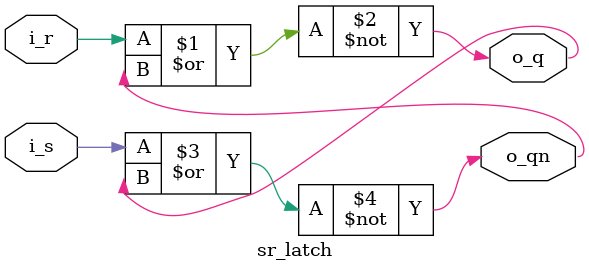
<source format=sv>
/**
SR Latch
@param i_r reset input
@param i_s set input
@param o_q state output
@param o_nq inverted state output
**/
module sr_latch(
    input logic i_r, 
    input logic i_s, 
    output logic o_q, 
    output logic o_qn);

    nor m_nor_0(o_q, i_r, o_qn);
    nor m_nor_1(o_qn, i_s, o_q);

endmodule
</source>
